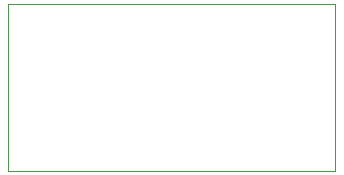
<source format=gm1>
G04 #@! TF.GenerationSoftware,KiCad,Pcbnew,(6.0.8)*
G04 #@! TF.CreationDate,2022-11-09T14:30:19+03:00*
G04 #@! TF.ProjectId,hellen1-wbo,68656c6c-656e-4312-9d77-626f2e6b6963,0.3*
G04 #@! TF.SameCoordinates,PX4a19ba0PY5aa5910*
G04 #@! TF.FileFunction,Profile,NP*
%FSLAX46Y46*%
G04 Gerber Fmt 4.6, Leading zero omitted, Abs format (unit mm)*
G04 Created by KiCad (PCBNEW (6.0.8)) date 2022-11-09 14:30:19*
%MOMM*%
%LPD*%
G01*
G04 APERTURE LIST*
G04 #@! TA.AperFunction,Profile*
%ADD10C,0.020000*%
G04 #@! TD*
G04 APERTURE END LIST*
D10*
X0Y0D02*
X27700000Y0D01*
X27700000Y0D02*
X27700000Y14100000D01*
X27700000Y14100000D02*
X0Y14100000D01*
X0Y14100000D02*
X0Y0D01*
M02*

</source>
